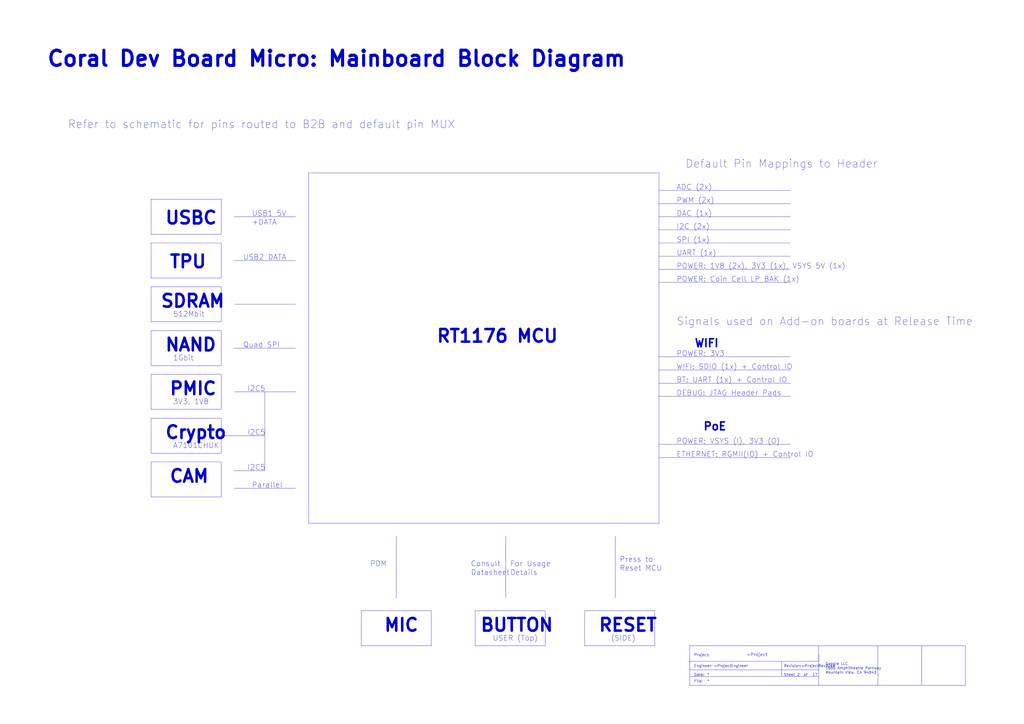
<source format=kicad_sch>
(kicad_sch (version 20230121) (generator eeschema)
  (paper "A2")
  (title_block (title "02 BLOCK DIAGRAM-SchDoc") (date "31 01 2024"))
  (lib_symbols)
  (polyline (pts (xy 128.27 252.73) (xy 153.67 252.73)))
  (polyline (pts (xy 382.27 148.59) (xy 458.47 148.59)))
  (polyline (pts (xy 179.07 303.53) (xy 179.07 100.33)))
  (polyline (pts (xy 400.05 397.51) (xy 400.05 374.65)))
  (polyline (pts (xy 275.59 354.33) (xy 316.23 354.33)))
  (polyline (pts (xy 382.27 265.43) (xy 458.47 265.43)))
  (polyline (pts (xy 128.27 186.69) (xy 128.27 166.37)))
  (polyline (pts (xy 474.98 383.54) (xy 400.05 383.54)))
  (polyline (pts (xy 382.27 257.81) (xy 458.47 257.81)))
  (polyline (pts (xy 382.27 303.53) (xy 382.27 100.33)))
  (polyline (pts (xy 382.27 118.11) (xy 458.47 118.11)))
  (polyline (pts (xy 135.89 201.93) (xy 171.45 201.93)))
  (polyline (pts (xy 87.63 217.17) (xy 128.27 217.17)))
  (polyline (pts (xy 400.05 397.51) (xy 560.07 397.51)))
  (polyline (pts (xy 87.63 186.69) (xy 128.27 186.69)))
  (polyline (pts (xy 474.98 374.65) (xy 474.98 383.54)))
  (polyline (pts (xy 382.27 207.01) (xy 458.47 207.01)))
  (polyline (pts (xy 87.63 262.89) (xy 87.63 242.57)))
  (polyline (pts (xy 87.63 161.29) (xy 128.27 161.29)))
  (polyline (pts (xy 87.63 212.09) (xy 128.27 212.09)))
  (polyline (pts (xy 135.89 273.05) (xy 153.67 273.05)))
  (polyline (pts (xy 339.09 374.65) (xy 339.09 354.33)))
  (polyline (pts (xy 474.98 388.62) (xy 400.05 388.62)))
  (polyline (pts (xy 534.67 397.51) (xy 534.67 374.65)))
  (polyline (pts (xy 316.23 374.65) (xy 316.23 354.33)))
  (polyline (pts (xy 135.89 283.21) (xy 171.45 283.21)))
  (polyline (pts (xy 339.09 374.65) (xy 379.73 374.65)))
  (polyline (pts (xy 171.45 125.73) (xy 135.89 125.73)))
  (polyline (pts (xy 400.05 388.62) (xy 400.05 387.35)))
  (polyline (pts (xy 275.59 374.65) (xy 316.23 374.65)))
  (polyline (pts (xy 382.27 140.97) (xy 458.47 140.97)))
  (polyline (pts (xy 382.27 133.35) (xy 458.47 133.35)))
  (polyline (pts (xy 379.73 374.65) (xy 379.73 354.33)))
  (polyline (pts (xy 153.67 273.05) (xy 153.67 227.33)))
  (polyline (pts (xy 87.63 115.57) (xy 128.27 115.57)))
  (polyline (pts (xy 382.27 125.73) (xy 458.47 125.73)))
  (polyline (pts (xy 87.63 288.29) (xy 128.27 288.29)))
  (polyline (pts (xy 87.63 237.49) (xy 128.27 237.49)))
  (polyline (pts (xy 400.05 392.43) (xy 474.98 392.43)))
  (polyline (pts (xy 474.98 379.73) (xy 474.98 388.62)))
  (polyline (pts (xy 87.63 135.89) (xy 87.63 115.57)))
  (polyline (pts (xy 382.27 156.21) (xy 458.47 156.21)))
  (polyline (pts (xy 382.27 163.83) (xy 458.47 163.83)))
  (polyline (pts (xy 87.63 135.89) (xy 128.27 135.89)))
  (polyline (pts (xy 128.27 161.29) (xy 128.27 140.97)))
  (polyline (pts (xy 400.05 374.65) (xy 560.07 374.65)))
  (polyline (pts (xy 135.89 151.13) (xy 171.45 151.13)))
  (polyline (pts (xy 560.07 397.51) (xy 560.07 374.65)))
  (polyline (pts (xy 382.27 222.25) (xy 458.47 222.25)))
  (polyline (pts (xy 209.55 374.65) (xy 250.19 374.65)))
  (polyline (pts (xy 293.37 346.71) (xy 293.37 311.15)))
  (polyline (pts (xy 400.05 383.54) (xy 400.05 384.81)))
  (polyline (pts (xy 87.63 140.97) (xy 128.27 140.97)))
  (polyline (pts (xy 128.27 237.49) (xy 128.27 217.17)))
  (polyline (pts (xy 275.59 374.65) (xy 275.59 354.33)))
  (polyline (pts (xy 128.27 135.89) (xy 128.27 115.57)))
  (polyline (pts (xy 87.63 186.69) (xy 87.63 166.37)))
  (polyline (pts (xy 250.19 374.65) (xy 250.19 354.33)))
  (polyline (pts (xy 87.63 242.57) (xy 128.27 242.57)))
  (polyline (pts (xy 382.27 110.49) (xy 458.47 110.49)))
  (polyline (pts (xy 209.55 374.65) (xy 209.55 354.33)))
  (polyline (pts (xy 87.63 267.97) (xy 128.27 267.97)))
  (polyline (pts (xy 87.63 212.09) (xy 87.63 191.77)))
  (polyline (pts (xy 474.98 397.51) (xy 474.98 392.43)))
  (polyline (pts (xy 179.07 100.33) (xy 382.27 100.33)))
  (polyline (pts (xy 474.98 392.43) (xy 474.98 388.62)))
  (polyline (pts (xy 209.55 354.33) (xy 250.19 354.33)))
  (polyline (pts (xy 179.07 303.53) (xy 382.27 303.53)))
  (polyline (pts (xy 87.63 237.49) (xy 87.63 217.17)))
  (polyline (pts (xy 87.63 288.29) (xy 87.63 267.97)))
  (polyline (pts (xy 229.87 346.71) (xy 229.87 311.15)))
  (polyline (pts (xy 382.27 229.87) (xy 458.47 229.87)))
  (polyline (pts (xy 128.27 212.09) (xy 128.27 191.77)))
  (polyline (pts (xy 453.39 392.43) (xy 453.39 383.54)))
  (polyline (pts (xy 87.63 161.29) (xy 87.63 140.97)))
  (polyline (pts (xy 135.89 176.53) (xy 171.45 176.53)))
  (polyline (pts (xy 509.27 397.51) (xy 509.27 374.65)))
  (polyline (pts (xy 87.63 262.89) (xy 128.27 262.89)))
  (polyline (pts (xy 356.87 346.71) (xy 356.87 311.15)))
  (polyline (pts (xy 339.09 354.33) (xy 379.73 354.33)))
  (polyline (pts (xy 128.27 288.29) (xy 128.27 267.97)))
  (polyline (pts (xy 87.63 166.37) (xy 128.27 166.37)))
  (polyline (pts (xy 128.27 262.89) (xy 128.27 242.57)))
  (polyline (pts (xy 382.27 214.63) (xy 458.47 214.63)))
  (polyline (pts (xy 87.63 191.77) (xy 128.27 191.77)))
  (polyline (pts (xy 135.89 227.33) (xy 171.45 227.33)))
  (text "Crypto" (at 95.25 255.27 0) (effects (font (size 7.3152 7.3152) (thickness 1.463) bold) (justify left bottom)))
  (text "Parallel" (at 146.05 283.21 0) (effects (font (size 3.048 3.048)) (justify left bottom)))
  (text "PoE" (at 407.67 250.19 0) (effects (font (size 4.572 4.572) (thickness 0.9144) bold) (justify left bottom)))
  (text "USB1 5V" (at 146.05 125.73 0) (effects (font (size 3.048 3.048)) (justify left bottom)))
  (text "RT1176 MCU" (at 252.73 199.39 0) (effects (font (size 7.3152 7.3152) (thickness 1.463) bold) (justify left bottom)))
  (text "1600 Amphitheatre Parkway" (at 478.79 388.62 0) (effects (font (size 1.524 1.524)) (justify left bottom)))
  (text "Sheet" (at 454.66 392.43 0) (effects (font (size 1.524 1.524)) (justify left bottom)))
  (text "USBC" (at 95.25 130.81 0) (effects (font (size 7.3152 7.3152) (thickness 1.463) bold) (justify left bottom)))
  (text "3V3, 1V8" (at 100.33 234.95 0) (effects (font (size 3.048 3.048)) (justify left bottom)))
  (text "WIFI" (at 402.59 201.93 0) (effects (font (size 4.572 4.572) (thickness 0.9144) bold) (justify left bottom)))
  (text "SPI (1x)" (at 392.43 140.97 0) (effects (font (size 3.048 3.048)) (justify left bottom)))
  (text "SDRAM" (at 92.71 179.07 0) (effects (font (size 7.3152 7.3152) (thickness 1.463) bold) (justify left bottom)))
  (text "DAC (1x)" (at 392.43 125.73 0) (effects (font (size 3.048 3.048)) (justify left bottom)))
  (text "Reset MCU" (at 359.41 331.47 0) (effects (font (size 3.048 3.048)) (justify left bottom)))
  (text "1Gbit" (at 100.33 209.55 0) (effects (font (size 3.048 3.048)) (justify left bottom)))
  (text "Consult" (at 273.05 328.93 0) (effects (font (size 3.048 3.048)) (justify left bottom)))
  (text "PWM (2x)" (at 392.43 118.11 0) (effects (font (size 3.048 3.048)) (justify left bottom)))
  (text "I2C5" (at 143.51 227.33 0) (effects (font (size 3.048 3.048)) (justify left bottom)))
  (text "=ProjectEngineer" (at 414.02 387.35 0) (effects (font (size 1.524 1.524)) (justify left bottom)))
  (text "Coral Dev Board Micro: Mainboard Block Diagram" (at 26.67 39.37 0) (effects (font (size 8.8392 8.8392) (thickness 1.7678) bold) (justify left bottom)))
  (text "POWER: Coin Cell LP BAK (1x)" (at 392.43 163.83 0) (effects (font (size 3.048 3.048)) (justify left bottom)))
  (text "Quad SPI" (at 140.97 201.93 0) (effects (font (size 3.048 3.048)) (justify left bottom)))
  (text "I2C5" (at 143.51 273.05 0) (effects (font (size 3.048 3.048)) (justify left bottom)))
  (text "DEBUG: JTAG Header Pads" (at 392.43 229.87 0) (effects (font (size 3.048 3.048)) (justify left bottom)))
  (text "USER (Top)" (at 285.75 372.11 0) (effects (font (size 3.048 3.048)) (justify left bottom)))
  (text "Details" (at 295.91 334.01 0) (effects (font (size 3.048 3.048)) (justify left bottom)))
  (text "512Mbit" (at 100.33 184.15 0) (effects (font (size 3.048 3.048)) (justify left bottom)))
  (text "PDM" (at 214.63 328.93 0) (effects (font (size 3.048 3.048)) (justify left bottom)))
  (text "I2C (2x)" (at 392.43 133.35 0) (effects (font (size 3.048 3.048)) (justify left bottom)))
  (text "BT: UART (1x) + Control IO" (at 392.43 222.25 0) (effects (font (size 3.048 3.048)) (justify left bottom)))
  (text "For Usage" (at 295.91 328.93 0) (effects (font (size 3.048 3.048)) (justify left bottom)))
  (text "NAND" (at 95.25 204.47 0) (effects (font (size 7.3152 7.3152) (thickness 1.463) bold) (justify left bottom)))
  (text "POWER: VSYS (I), 3V3 (O)" (at 392.43 257.81 0) (effects (font (size 3.048 3.048)) (justify left bottom)))
  (text "RESET" (at 346.71 367.03 0) (effects (font (size 7.3152 7.3152) (thickness 1.463) bold) (justify left bottom)))
  (text "I2C5" (at 143.51 252.73 0) (effects (font (size 3.048 3.048)) (justify left bottom)))
  (text "BUTTON" (at 278.13 367.03 0) (effects (font (size 7.3152 7.3152) (thickness 1.463) bold) (justify left bottom)))
  (text "Mountain View, CA 94043" (at 478.79 391.16 0) (effects (font (size 1.524 1.524)) (justify left bottom)))
  (text "17" (at 471.17 392.43 0) (effects (font (size 1.524 1.524)) (justify left bottom)))
  (text "TPU" (at 97.79 156.21 0) (effects (font (size 7.3152 7.3152) (thickness 1.463) bold) (justify left bottom)))
  (text "2" (at 462.28 392.43 0) (effects (font (size 1.524 1.524)) (justify left bottom)))
  (text "*" (at 410.21 392.43 0) (effects (font (size 1.524 1.524)) (justify left bottom)))
  (text "=Project" (at 433.07 381 0) (effects (font (size 1.8288 1.8288)) (justify left bottom)))
  (text "PMIC" (at 97.79 229.87 0) (effects (font (size 7.3152 7.3152) (thickness 1.463) bold) (justify left bottom)))
  (text "POWER: 1V8 (2x), 3V3 (1x), VSYS 5V (1x)" (at 392.43 156.21 0) (effects (font (size 3.048 3.048)) (justify left bottom)))
  (text "ETHERNET: RGMII(IO) + Control IO" (at 392.43 265.43 0) (effects (font (size 3.048 3.048)) (justify left bottom)))
  (text "Date:" (at 402.59 392.43 0) (effects (font (size 1.524 1.524)) (justify left bottom)))
  (text "=ProjectRevision" (at 464.82 387.35 0) (effects (font (size 1.524 1.524)) (justify left bottom)))
  (text "MIC" (at 222.25 367.03 0) (effects (font (size 7.3152 7.3152) (thickness 1.463) bold) (justify left bottom)))
  (text "ADC (2x)" (at 392.43 110.49 0) (effects (font (size 3.048 3.048)) (justify left bottom)))
  (text "UART (1x)" (at 392.43 148.59 0) (effects (font (size 3.048 3.048)) (justify left bottom)))
  (text "Refer to schematic for pins routed to B2B and default pin MUX" (at 39.37 74.93 0) (effects (font (size 4.572 4.572)) (justify left bottom)))
  (text "Datasheet" (at 273.05 334.01 0) (effects (font (size 3.048 3.048)) (justify left bottom)))
  (text "*" (at 410.21 396.24 0) (effects (font (size 1.524 1.524)) (justify left bottom)))
  (text "File:" (at 402.59 396.24 0) (effects (font (size 1.524 1.524)) (justify left bottom)))
  (text "(SIDE)" (at 354.33 372.11 0) (effects (font (size 3.048 3.048)) (justify left bottom)))
  (text "Signals used on Add-on boards at Release Time" (at 392.43 189.23 0) (effects (font (size 4.572 4.572)) (justify left bottom)))
  (text "CAM" (at 97.79 280.67 0) (effects (font (size 7.3152 7.3152) (thickness 1.463) bold) (justify left bottom)))
  (text "Default Pin Mappings to Header" (at 397.51 97.79 0) (effects (font (size 4.572 4.572)) (justify left bottom)))
  (text "Press to" (at 359.41 326.39 0) (effects (font (size 3.048 3.048)) (justify left bottom)))
  (text "Project:" (at 402.59 381 0) (effects (font (size 1.524 1.524)) (justify left bottom)))
  (text "POWER: 3V3" (at 392.43 207.01 0) (effects (font (size 3.048 3.048)) (justify left bottom)))
  (text "of" (at 466.09 392.43 0) (effects (font (size 1.524 1.524)) (justify left bottom)))
  (text "Engineer:" (at 402.59 387.35 0) (effects (font (size 1.524 1.524)) (justify left bottom)))
  (text "Google LLC" (at 478.79 386.08 0) (effects (font (size 1.524 1.524)) (justify left bottom)))
  (text "USB2 DATA" (at 140.97 151.13 0) (effects (font (size 3.048 3.048)) (justify left bottom)))
  (text "WIFI: SDIO (1x) + Control IO" (at 392.43 214.63 0) (effects (font (size 3.048 3.048)) (justify left bottom)))
  (text "+DATA" (at 146.05 130.81 0) (effects (font (size 3.048 3.048)) (justify left bottom)))
  (text "Revision:" (at 454.66 387.35 0) (effects (font (size 1.524 1.524)) (justify left bottom)))
  (text "A7101CHUK" (at 100.33 260.35 0) (effects (font (size 3.048 3.048)) (justify left bottom)))
)
</source>
